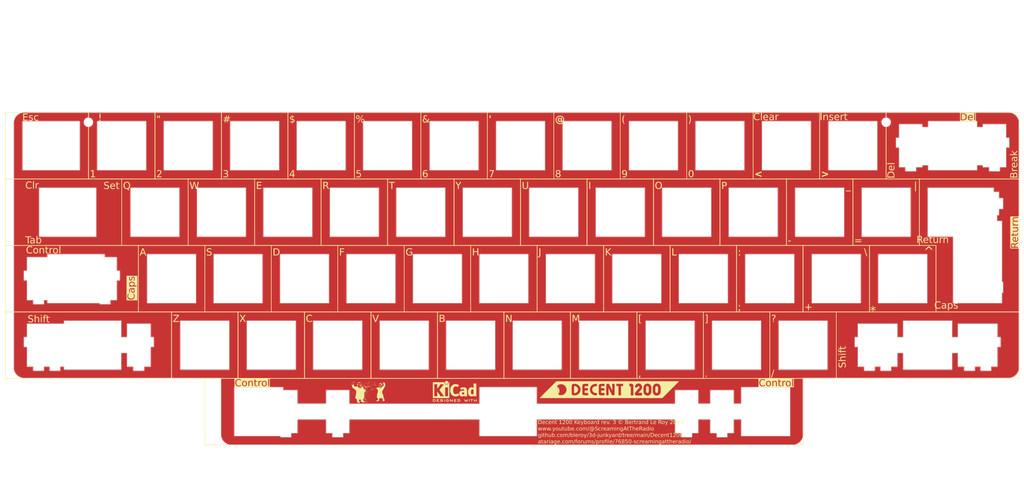
<source format=kicad_pcb>
(kicad_pcb (version 20221018) (generator pcbnew)
  (title_block (title "Decent1200 keyboard") (date "2023-11-23") (rev "3") (company "Decent Consulting"))
  (layers (0 "F.Cu" signal) (31 "B.Cu" signal) (35 "F.Paste" user) (37 "F.SilkS" user "F.Silkscreen") (39 "F.Mask" user) (44 "Edge.Cuts" user))
  (net 0 "")
  (net 1 "LED_GND")
  (footprint "Library:MX-1-00U-Hole" (layer "F.Cu") (at 192.88125 100.33)
    (fp_text reference "SWH1" hide)
    (fp_text value "H")
    (fp_line (start -7 -7) (end -7 7) (stroke (width 0.12)) (layer "Edge.Cuts"))
    (fp_line (start -7 -7) (end 7 -7) (stroke (width 0.12)) (layer "Edge.Cuts"))
    (fp_line (start -7 7) (end 7 7) (stroke (width 0.12)) (layer "Edge.Cuts"))
    (fp_line (start 7 -7) (end 7 7) (stroke (width 0.12)) (layer "Edge.Cuts"))
  )
  (footprint "LOGO" (layer "F.Cu") (at 154.08 132.8)
    (fp_text reference "G***" hide)
    (fp_text value "LOGO" hide)
  )
  (footprint "Library:MX-1-00U-Hole" (layer "F.Cu") (at 121.44375 62.23)
    (fp_text reference "SW3" hide)
    (fp_text value "3")
    (fp_line (start -7 -7) (end -7 7) (stroke (width 0.12)) (layer "Edge.Cuts"))
    (fp_line (start -7 -7) (end 7 -7) (stroke (width 0.12)) (layer "Edge.Cuts"))
    (fp_line (start -7 7) (end 7 7) (stroke (width 0.12)) (layer "Edge.Cuts"))
    (fp_line (start 7 -7) (end 7 7) (stroke (width 0.12)) (layer "Edge.Cuts"))
  )
  (footprint "Library:MX-1-00U-Hole" (layer "F.Cu") (at 269.08125 100.33)
    (fp_text reference "SWSemi1" hide)
    (fp_text value "Semicolon")
    (fp_line (start -7 -7) (end -7 7) (stroke (width 0.12)) (layer "Edge.Cuts"))
    (fp_line (start -7 -7) (end 7 -7) (stroke (width 0.12)) (layer "Edge.Cuts"))
    (fp_line (start -7 7) (end 7 7) (stroke (width 0.12)) (layer "Edge.Cuts"))
    (fp_line (start 7 -7) (end 7 7) (stroke (width 0.12)) (layer "Edge.Cuts"))
  )
  (footprint "Library:MX-2-00U-Hole" (layer "F.Cu") (at 321.46875 62.23)
    (fp_text reference "SWDel2" hide)
    (fp_text value "Delete")
    (fp_line (start -16.2164 -2.286) (end -16.2164 0.508) (stroke (width 0.12)) (layer "Edge.Cuts"))
    (fp_line (start -15.33 -6.1468) (end -15.33 -2.286) (stroke (width 0.12)) (layer "Edge.Cuts"))
    (fp_line (start -15.33 -2.286) (end -16.2164 -2.286) (stroke (width 0.12)) (layer "Edge.Cuts"))
    (fp_line (start -15.33 0.508) (end -16.2164 0.508) (stroke (width 0.12)) (layer "Edge.Cuts"))
    (fp_line (start -15.33 0.508) (end -15.33 6.1468) (stroke (width 0.12)) (layer "Edge.Cuts"))
    (fp_line (start -13.524 6.1468) (end -15.33 6.1468) (stroke (width 0.12)) (layer "Edge.Cuts"))
    (fp_line (start -13.524 6.1468) (end -13.524 7.3152) (stroke (width 0.12)) (layer "Edge.Cuts"))
    (fp_line (start -10.476 6.1468) (end -10.476 7.3152) (stroke (width 0.12)) (layer "Edge.Cuts"))
    (fp_line (start -10.476 7.3152) (end -13.524 7.3152) (stroke (width 0.12)) (layer "Edge.Cuts"))
    (fp_line (start -8.67 -6.1468) (end -15.33 -6.1468) (stroke (width 0.12)) (layer "Edge.Cuts"))
    (fp_line (start -8.67 -6.1468) (end -8.67 -5.334) (stroke (width 0.12)) (layer "Edge.Cuts"))
    (fp_line (start -8.67 -5.334) (end -7 -5.334) (stroke (width 0.12)) (layer "Edge.Cuts"))
    (fp_line (start -8.67 5.588) (end -7 5.588) (stroke (width 0.12)) (layer "Edge.Cuts"))
    (fp_line (start -8.67 6.1468) (end -10.476 6.1468) (stroke (width 0.12)) (layer "Edge.Cuts"))
    (fp_line (start -8.67 6.1468) (end -8.67 5.588) (stroke (width 0.12)) (layer "Edge.Cuts"))
    (fp_line (start -7 -7) (end -7 -5.334) (stroke (width 0.12)) (layer "Edge.Cuts"))
    (fp_line (start -7 -7) (end 7 -7) (stroke (width 0.12)) (layer "Edge.Cuts"))
    (fp_line (start -7 7) (end -7 5.588) (stroke (width 0.12)) (layer "Edge.Cuts"))
    (fp_line (start -7 7) (end 7 7) (stroke (width 0.12)) (layer "Edge.Cuts"))
    (fp_line (start 7 -7) (end 7 -5.334) (stroke (width 0.12)) (layer "Edge.Cuts"))
    (fp_line (start 7 7) (end 7 5.588) (stroke (width 0.12)) (layer "Edge.Cuts"))
    (fp_line (start 8.67 -6.1468) (end 8.67 -5.334) (stroke (width 0.12)) (layer "Edge.Cuts"))
    (fp_line (start 8.67 -6.1468) (end 15.33 -6.1468) (stroke (width 0.12)) (layer "Edge.Cuts"))
    (fp_line (start 8.67 -5.334) (end 7 -5.334) (stroke (width 0.12)) (layer "Edge.Cuts"))
    (fp_line (start 8.67 5.588) (end 7 5.588) (stroke (width 0.12)) (layer "Edge.Cuts"))
    (fp_line (start 8.67 6.1468) (end 8.67 5.588) (stroke (width 0.12)) (layer "Edge.Cuts"))
    (fp_line (start 8.67 6.1468) (end 10.476 6.1468) (stroke (width 0.12)) (layer "Edge.Cuts"))
    (fp_line (start 10.476 6.1468) (end 10.476 7.3152) (stroke (width 0.12)) (layer "Edge.Cuts"))
    (fp_line (start 10.476 7.3152) (end 13.524 7.3152) (stroke (width 0.12)) (layer "Edge.Cuts"))
    (fp_line (start 13.524 6.1468) (end 13.524 7.3152) (stroke (width 0.12)) (layer "Edge.Cuts"))
    (fp_line (start 13.524 6.1468) (end 15.33 6.1468) (stroke (width 0.12)) (layer "Edge.Cuts"))
    (fp_line (start 15.33 -6.1468) (end 15.33 -2.286) (stroke (width 0.12)) (layer "Edge.Cuts"))
    (fp_line (start 15.33 -2.286) (end 16.2164 -2.286) (stroke (width 0.12)) (layer "Edge.Cuts"))
    (fp_line (start 15.33 0.508) (end 15.33 6.1468) (stroke (width 0.12)) (layer "Edge.Cuts"))
    (fp_line (start 15.33 0.508) (end 16.2164 0.508) (stroke (width 0.12)) (layer "Edge.Cuts"))
    (fp_line (start 16.2164 -2.286) (end 16.2164 0.508) (stroke (width 0.12)) (layer "Edge.Cuts"))
  )
  (footprint "Library:MX-1-00U-Hole" (layer "F.Cu") (at 259.55625 119.38)
    (fp_text reference "SWPeriod1" hide)
    (fp_text value "Period")
    (fp_line (start -7 -7) (end -7 7) (stroke (width 0.12)) (layer "Edge.Cuts"))
    (fp_line (start -7 -7) (end 7 -7) (stroke (width 0.12)) (layer "Edge.Cuts"))
    (fp_line (start -7 7) (end 7 7) (stroke (width 0.12)) (layer "Edge.Cuts"))
    (fp_line (start 7 -7) (end 7 7) (stroke (width 0.12)) (layer "Edge.Cuts"))
  )
  (footprint "MountingHole:MountingHole_2.2mm_M2" (layer "F.Cu") (at 302.425 55.5)
    (fp_text reference "REF**" hide)
    (fp_text value "MountingHole_2.2mm_M2" hide)
    (pad "" np_thru_hole circle (at 0 0) (size 2.2 2.2) (drill 2.2) (layers "*.Cu" "*.Mask"))
  )
  (footprint "Library:MX-1-00U-Hole" (layer "F.Cu") (at 283.36875 81.28)
    (fp_text reference "SWDash1" hide)
    (fp_text value "Dash")
    (fp_line (start -7 -7) (end -7 7) (stroke (width 0.12)) (layer "Edge.Cuts"))
    (fp_line (start -7 -7) (end 7 -7) (stroke (width 0.12)) (layer "Edge.Cuts"))
    (fp_line (start -7 7) (end 7 7) (stroke (width 0.12)) (layer "Edge.Cuts"))
    (fp_line (start 7 -7) (end 7 7) (stroke (width 0.12)) (layer "Edge.Cuts"))
  )
  (footprint "Library:MX-1-00U-Hole" (layer "F.Cu") (at 145.25625 119.38)
    (fp_text reference "SWC1" hide)
    (fp_text value "C")
    (fp_line (start -7 -7) (end -7 7) (stroke (width 0.12)) (layer "Edge.Cuts"))
    (fp_line (start -7 -7) (end 7 -7) (stroke (width 0.12)) (layer "Edge.Cuts"))
    (fp_line (start -7 7) (end 7 7) (stroke (width 0.12)) (layer "Edge.Cuts"))
    (fp_line (start 7 -7) (end 7 7) (stroke (width 0.12)) (layer "Edge.Cuts"))
  )
  (footprint "Library:MX-ISO-RETURN-Hole" (layer "F.Cu") (at 328.612 90.8055)
    (fp_text reference "SWRet1" hide)
    (fp_text value "Return")
    (fp_line (start -14.2875 -16.525) (end 4.6187 -16.525) (stroke (width 0.12)) (layer "Edge.Cuts"))
    (fp_line (start -14.2875 -2.525) (end -14.2875 -16.525) (stroke (width 0.12)) (layer "Edge.Cuts"))
    (fp_line (start -7 -2.525) (end -14.2875 -2.525) (stroke (width 0.12)) (layer "Edge.Cuts"))
    (fp_line (start -7 16.525) (end -7 -2.525) (stroke (width 0.12)) (layer "Edge.Cuts"))
    (fp_line (start 4.6187 -16.525) (end 4.6187 -15.33) (stroke (width 0.12)) (layer "Edge.Cuts"))
    (fp_line (start 4.6187 -15.33) (end 6.1468 -15.33) (stroke (width 0.12)) (layer "Edge.Cuts"))
    (fp_line (start 5.588 -8.67) (end 5.588 -7) (stroke (width 0.12)) (layer "Edge.Cuts"))
    (fp_line (start 6.1468 -13.524) (end 6.1468 -15.33) (stroke (width 0.12)) (layer "Edge.Cuts"))
    (fp_line (start 6.1468 -13.524) (end 7.3152 -13.524) (stroke (width 0.12)) (layer "Edge.Cuts"))
    (fp_line (start 6.1468 -10.476) (end 7.3152 -10.476) (stroke (width 0.12)) (layer "Edge.Cuts"))
    (fp_line (start 6.1468 -8.67) (end 5.588 -8.67) (stroke (width 0.12)) (layer "Edge.Cuts"))
    (fp_line (start 6.1468 -8.67) (end 6.1468 -10.476) (stroke (width 0.12)) (layer "Edge.Cuts"))
    (fp_line (start 7 -7) (end 5.588 -7) (stroke (width 0.12)) (layer "Edge.Cuts"))
    (fp_line (start 7 10.476) (end 7 -7) (stroke (width 0.12)) (layer "Edge.Cuts"))
    (fp_line (start 7 10.476) (end 7.3152 10.476) (stroke (width 0.12)) (layer "Edge.Cuts"))
    (fp_line (start 7 13.524) (end 7 16.525) (stroke (width 0.12)) (layer "Edge.Cuts"))
    (fp_line (start 7 13.524) (end 7.3152 13.524) (stroke (width 0.12)) (layer "Edge.Cuts"))
    (fp_line (start 7 16.525) (end -7 16.525) (stroke (width 0.12)) (layer "Edge.Cuts"))
    (fp_line (start 7.3152 -10.476) (end 7.3152 -13.524) (stroke (width 0.12)) (layer "Edge.Cuts"))
    (fp_line (start 7.3152 10.476) (end 7.3152 13.524) (stroke (width 0.12)) (layer "Edge.Cuts"))
  )
  (footprint "Library:MX-1-00U-Hole" (layer "F.Cu") (at 126.20625 119.38)
    (fp_text reference "SWX1" hide)
    (fp_text value "X")
    (fp_line (start -7 -7) (end -7 7) (stroke (width 0.12)) (layer "Edge.Cuts"))
    (fp_line (start -7 -7) (end 7 -7) (stroke (width 0.12)) (layer "Edge.Cuts"))
    (fp_line (start -7 7) (end 7 7) (stroke (width 0.12)) (layer "Edge.Cuts"))
    (fp_line (start 7 -7) (end 7 7) (stroke (width 0.12)) (layer "Edge.Cuts"))
  )
  (footprint "Library:MX-1-00U-Hole" (layer "F.Cu") (at 130.96875 81.28)
    (fp_text reference "SWE1" hide)
    (fp_text value "E")
    (fp_line (start -7 -7) (end -7 7) (stroke (width 0.12)) (layer "Edge.Cuts"))
    (fp_line (start -7 -7) (end 7 -7) (stroke (width 0.12)) (layer "Edge.Cuts"))
    (fp_line (start -7 7) (end 7 7) (stroke (width 0.12)) (layer "Edge.Cuts"))
    (fp_line (start 7 -7) (end 7 7) (stroke (width 0.12)) (layer "Edge.Cuts"))
  )
  (footprint "Library:MX-1-00U-Hole" (layer "F.Cu") (at 288.13125 100.33)
    (fp_text reference "SWPlus1" hide)
    (fp_text value "Plus")
    (fp_line (start -7 -7) (end -7 7) (stroke (width 0.12)) (layer "Edge.Cuts"))
    (fp_line (start -7 -7) (end 7 -7) (stroke (width 0.12)) (layer "Edge.Cuts"))
    (fp_line (start -7 7) (end 7 7) (stroke (width 0.12)) (layer "Edge.Cuts"))
    (fp_line (start 7 -7) (end 7 7) (stroke (width 0.12)) (layer "Edge.Cuts"))
  )
  (footprint "Library:MX-1-50--1-75U-Hole" (layer "F.Cu") (at 69.05625 81.28)
    (fp_text reference "SWTab1" hide)
    (fp_text value "Tab")
    (fp_line (start -9.38125 -7) (end -9.38125 7) (stroke (width 0.12)) (layer "Edge.Cuts"))
    (fp_line (start -9.38125 -7) (end 7 -7) (stroke (width 0.12)) (layer "Edge.Cuts"))
    (fp_line (start -9.38125 7) (end 7 7) (stroke (width 0.12)) (layer "Edge.Cuts"))
    (fp_line (start 7 -7) (end 7 7) (stroke (width 0.12)) (layer "Edge.Cuts"))
  )
  (footprint "Library:MX-1-00U-Hole" (layer "F.Cu") (at 92.86875 81.28)
    (fp_text reference "SWQ1" hide)
    (fp_text value "Q")
    (fp_line (start -7 -7) (end -7 7) (stroke (width 0.12)) (layer "Edge.Cuts"))
    (fp_line (start -7 -7) (end 7 -7) (stroke (width 0.12)) (layer "Edge.Cuts"))
    (fp_line (start -7 7) (end 7 7) (stroke (width 0.12)) (layer "Edge.Cuts"))
    (fp_line (start 7 -7) (end 7 7) (stroke (width 0.12)) (layer "Edge.Cuts"))
  )
  (footprint "Symbol:KiCad-Logo2_5mm_SilkScreen" (layer "F.Cu") (at 178.79 132.61)
    (fp_text reference "REF**" hide)
    (fp_text value "KiCad-Logo2_5mm_SilkScreen" hide)
  )
  (footprint "Library:MX-2-25U--2-50-Hole" (layer "F.Cu") (at 76.2 119.38)
    (fp_text reference "SWLeftSft1" hide)
    (fp_text value "Shift")
    (fp_line (start -20.88515 -2.286) (end -20.88515 0.508) (stroke (width 0.12)) (layer "Edge.Cuts"))
    (fp_line (start -19.99875 -6.1468) (end -19.99875 -2.286) (stroke (width 0.12)) (layer "Edge.Cuts"))
    (fp_line (start -19.99875 -2.286) (end -20.88515 -2.286) (stroke (width 0.12)) (layer "Edge.Cuts"))
    (fp_line (start -19.99875 0.508) (end -20.88515 0.508) (stroke (width 0.12)) (layer "Edge.Cuts"))
    (fp_line (start -19.99875 0.508) (end -19.99875 6.1468) (stroke (width 0.12)) (layer "Edge.Cuts"))
    (fp_line (start -18.19275 6.1468) (end -19.99875 6.1468) (stroke (width 0.12)) (layer "Edge.Cuts"))
    (fp_line (start -18.19275 6.1468) (end -18.19275 7.3152) (stroke (width 0.12)) (layer "Edge.Cuts"))
    (fp_line (start -15.14475 6.1468) (end -15.14475 7.3152) (stroke (width 0.12)) (layer "Edge.Cuts"))
    (fp_line (start -15.14475 7.3152) (end -18.19275 7.3152) (stroke (width 0.12)) (layer "Edge.Cuts"))
    (fp_line (start -13.524 6.1468) (end -15.14475 6.1468) (stroke (width 0.12)) (layer "Edge.Cuts"))
    (fp_line (start -13.524 6.1468) (end -13.524 7.3152) (stroke (width 0.12)) (layer "Edge.Cuts"))
    (fp_line (start -10.476 6.1468) (end -10.476 7.3152) (stroke (width 0.12)) (layer "Edge.Cuts"))
    (fp_line (start -10.476 7.3152) (end -13.524 7.3152) (stroke (width 0.12)) (layer "Edge.Cuts"))
    (fp_line (start -9.38125 -7) (end -9.38125 -6.1468) (stroke (width 0.12)) (layer "Edge.Cuts"))
    (fp_line (start -9.38125 -7) (end 7 -7) (stroke (width 0.12)) (layer "Edge.Cuts"))
    (fp_line (start -9.38125 -6.1468) (end -19.99875 -6.1468) (stroke (width 0.12)) (layer "Edge.Cuts"))
    (fp_line (start -9.38125 6.1468) (end -10.476 6.1468) (stroke (width 0.12)) (layer "Edge.Cuts"))
    (fp_line (start -9.38125 7) (end -9.38125 6.1468) (stroke (width 0.12)) (layer "Edge.Cuts"))
    (fp_line (start -9.38125 7) (end 7 7) (stroke (width 0.12)) (layer "Edge.Cuts"))
    (fp_line (start 7 -7) (end 7 -2.25) (stroke (width 0.12)) (layer "Edge.Cuts"))
    (fp_line (start 7 -2.25) (end 8.67 -2.25) (stroke (width 0.12)) (layer "Edge.Cuts"))
    (fp_line (start 7 7) (end 7 2.25) (stroke (width 0.12)) (layer "Edge.Cuts"))
    (fp_line (start 8.67 -6.1468) (end 8.67 -2.25) (stroke (width 0.12)) (layer "Edge.Cuts"))
    (fp_line (start 8.67 -6.1468) (end 15.4235 -6.1468) (stroke (width 0.12)) (layer "Edge.Cuts"))
    (fp_line (start 8.67 2.25) (end 7 2.25) (stroke (width 0.12)) (layer "Edge.Cuts"))
    (fp_line (start 8.67 6.1468) (end 8.67 2.25) (stroke (width 0.12)) (layer "Edge.Cuts"))
    (fp_line (start 8.67 6.1468) (end 10.476 6.1468) (stroke (width 0.12)) (layer "Edge.Cuts"))
    (fp_line (start 10.476 6.1468) (end 10.476 7.3152) (stroke (width 0.12)) (layer "Edge.Cuts"))
    (fp_line (start 10.476 7.3152) (end 13.6175 7.3152) (stroke (width 0.12)) (layer "Edge.Cuts"))
    (fp_line (start 13.6175 6.1468) (end 13.6175 7.3152) (stroke (width 0.12)) (layer "Edge.Cuts"))
    (fp_line (start 13.6175 6.1468) (end 15.4235 6.1468) (stroke (width 0.12)) (layer "Edge.Cuts"))
    (fp_line (start 15.4235 -6.1468) (end 15.4235 -2.286) (stroke (width 0.12)) (layer "Edge.Cuts"))
    (fp_line (start 15.4235 -2.286) (end 16.3099 -2.286) (stroke (width 0.12)) (layer "Edge.Cuts"))
    (fp_line (start 15.4235 0.508) (end 15.4235 6.1468) (stroke (width 0.12)) (layer "Edge.Cuts"))
    (fp_line (start 15.4235 0.508) (end 16.3099 0.508) (stroke (width 0.12)) (layer "Edge.Cuts"))
    (fp_line (start 16.3099 -2.286) (end 16.3099 0.508) (stroke (width 0.12)) (layer "Edge.Cuts"))
  )
  (footprint "Library:MX-1-00U-Hole" (layer "F.Cu") (at 169.06875 81.28)
    (fp_text reference "SWT1" hide)
    (fp_text value "T")
    (fp_line (start -7 -7) (end -7 7) (stroke (width 0.12)) (layer "Edge.Cuts"))
    (fp_line (start -7 -7) (end 7 -7) (stroke (width 0.12)) (layer "Edge.Cuts"))
    (fp_line (start -7 7) (end 7 7) (stroke (width 0.12)) (layer "Edge.Cuts"))
    (fp_line (start 7 -7) (end 7 7) (stroke (width 0.12)) (layer "Edge.Cuts"))
  )
  (footprint "Library:MX-1-00--1-25U-Hole" (layer "F.Cu") (at 64.29375 62.23)
    (fp_text reference "SWEsc1" hide)
    (fp_text value "Esc")
    (fp_line (start -9.38125 -7) (end -9.38125 7) (stroke (width 0.12)) (layer "Edge.Cuts"))
    (fp_line (start -9.38125 -7) (end 7 -7) (stroke (width 0.12)) (layer "Edge.Cuts"))
    (fp_line (start -9.38125 7) (end 7 7) (stroke (width 0.12)) (layer "Edge.Cuts"))
    (fp_line (start 7 -7) (end 7 7) (stroke (width 0.12)) (layer "Edge.Cuts"))
  )
  (footprint "Library:MX-1-00U-Hole" (layer "F.Cu") (at 111.91875 81.28)
    (fp_text reference "SWW1" hide)
    (fp_text value "W")
    (fp_line (start -7 -7) (end -7 7) (stroke (width 0.12)) (layer "Edge.Cuts"))
    (fp_line (start -7 -7) (end 7 -7) (stroke (width 0.12)) (layer "Edge.Cuts"))
    (fp_line (start -7 7) (end 7 7) (stroke (width 0.12)) (layer "Edge.Cuts"))
    (fp_line (start 7 -7) (end 7 7) (stroke (width 0.12)) (layer "Edge.Cuts"))
  )
  (footprint "Library:MX-1-00U-Hole" (layer "F.Cu") (at 135.73125 100.33)
    (fp_text reference "SWD1" hide)
    (fp_text value "D")
    (fp_line (start -7 -7) (end -7 7) (stroke (width 0.12)) (layer "Edge.Cuts"))
    (fp_line (start -7 -7) (end 7 -7) (stroke (width 0.12)) (layer "Edge.Cuts"))
    (fp_line (start -7 7) (end 7 7) (stroke (width 0.12)) (layer "Edge.Cuts"))
    (fp_line (start 7 -7) (end 7 7) (stroke (width 0.12)) (layer "Edge.Cuts"))
  )
  (footprint "LOGO" (layer "F.Cu") (at 223.1 132.14)
    (fp_text reference "G***" hide)
    (fp_text value "DECENT 1200" hide)
  )
  (footprint "Library:MX-1-00U-Hole" (layer "F.Cu") (at 221.45625 119.38)
    (fp_text reference "SWM1" hide)
    (fp_text value "M")
    (fp_line (start -7 -7) (end -7 7) (stroke (width 0.12)) (layer "Edge.Cuts"))
    (fp_line (start -7 -7) (end 7 -7) (stroke (width 0.12)) (layer "Edge.Cuts"))
    (fp_line (start -7 7) (end 7 7) (stroke (width 0.12)) (layer "Edge.Cuts"))
    (fp_line (start 7 -7) (end 7 7) (stroke (width 0.12)) (layer "Edge.Cuts"))
  )
  (footprint "Library:MX-1-00U-Hole" (layer "F.Cu") (at 83.34375 62.23)
    (fp_text reference "SW1" hide)
    (fp_text value "1")
    (fp_line (start -7 -7) (end -7 7) (stroke (width 0.12)) (layer "Edge.Cuts"))
    (fp_line (start -7 -7) (end 7 -7) (stroke (width 0.12)) (layer "Edge.Cuts"))
    (fp_line (start -7 7) (end 7 7) (stroke (width 0.12)) (layer "Edge.Cuts"))
    (fp_line (start 7 -7) (end 7 7) (stroke (width 0.12)) (layer "Edge.Cuts"))
  )
  (footprint "Library:MX-1-00U-Hole" (layer "F.Cu") (at 254.79375 62.23)
    (fp_text reference "SW0" hide)
    (fp_text value "0")
    (fp_line (start -7 -7) (end -7 7) (stroke (width 0.12)) (layer "Edge.Cuts"))
    (fp_line (start -7 -7) (end 7 -7) (stroke (width 0.12)) (layer "Edge.Cuts"))
    (fp_line (start -7 7) (end 7 7) (stroke (width 0.12)) (layer "Edge.Cuts"))
    (fp_line (start 7 -7) (end 7 7) (stroke (width 0.12)) (layer "Edge.Cuts"))
  )
  (footprint "Library:MX-1-00U-Hole" (layer "F.Cu") (at 207.16875 81.28)
    (fp_text reference "SWU1" hide)
    (fp_text value "U")
    (fp_line (start -7 -7) (end -7 7) (stroke (width 0.12)) (layer "Edge.Cuts"))
    (fp_line (start -7 -7) (end 7 -7) (stroke (width 0.12)) (layer "Edge.Cuts"))
    (fp_line (start -7 7) (end 7 7) (stroke (width 0.12)) (layer "Edge.Cuts"))
    (fp_line (start 7 -7) (end 7 7) (stroke (width 0.12)) (layer "Edge.Cuts"))
  )
  (footprint "Library:MX-1-00U-Hole" (layer "F.Cu") (at 97.63125 100.33)
    (fp_text reference "SWA1" hide)
    (fp_text value "A")
    (fp_line (start -7 -7) (end -7 7) (stroke (width 0.12)) (layer "Edge.Cuts"))
    (fp_line (start -7 -7) (end 7 -7) (stroke (width 0.12)) (layer "Edge.Cuts"))
    (fp_line (start -7 7) (end 7 7) (stroke (width 0.12)) (layer "Edge.Cuts"))
    (fp_line (start 7 -7) (end 7 7) (stroke (width 0.12)) (layer "Edge.Cuts"))
  )
  (footprint "Library:MX-1-00U-Hole" (layer "F.Cu") (at 140.49375 62.23)
    (fp_text reference "SW4" hide)
    (fp_text value "4")
    (fp_line (start -7 -7) (end -7 7) (stroke (width 0.12)) (layer "Edge.Cuts"))
    (fp_line (start -7 -7) (end 7 -7) (stroke (width 0.12)) (layer "Edge.Cuts"))
    (fp_line (start -7 7) (end 7 7) (stroke (width 0.12)) (layer "Edge.Cuts"))
    (fp_line (start 7 -7) (end 7 7) (stroke (width 0.12)) (layer "Edge.Cuts"))
  )
  (footprint "Library:MX-1-00U-Hole" (layer "F.Cu") (at 173.83125 100.33)
    (fp_text reference "SWG1" hide)
    (fp_text value "G")
    (fp_line (start -7 -7) (end -7 7) (stroke (width 0.12)) (layer "Edge.Cuts"))
    (fp_line (start -7 -7) (end 7 -7) (stroke (width 0.12)) (layer "Edge.Cuts"))
    (fp_line (start -7 7) (end 7 7) (stroke (width 0.12)) (layer "Edge.Cuts"))
    (fp_line (start 7 -7) (end 7 7) (stroke (width 0.12)) (layer "Edge.Cuts"))
  )
  (footprint "Library:MX-1-00U-Hole" (layer "F.Cu") (at 178.59375 62.23)
    (fp_text reference "SW6" hide)
    (fp_text value "6")
    (fp_line (start -7 -7) (end -7 7) (stroke (width 0.12)) (layer "Edge.Cuts"))
    (fp_line (start -7 -7) (end 7 -7) (stroke (width 0.12)) (layer "Edge.Cuts"))
    (fp_line (start -7 7) (end 7 7) (stroke (width 0.12)) (layer "Edge.Cuts"))
    (fp_line (start 7 -7) (end 7 7) (stroke (width 0.12)) (layer "Edge.Cuts"))
  )
  (footprint "Library:MX-1-00U-Hole" (layer "F.Cu") (at 264.31875 81.28)
    (fp_text reference "SWP1" hide)
    (fp_text value "P")
    (fp_line (start -7 -7) (end -7 7) (stroke (width 0.12)) (layer "Edge.Cuts"))
    (fp_line (start -7 -7) (end 7 -7) (stroke (width 0.12)) (layer "Edge.Cuts"))
    (fp_line (start -7 7) (end 7 7) (stroke (width 0.12)) (layer "Edge.Cuts"))
    (fp_line (start 7 -7) (end 7 7) (stroke (width 0.12)) (layer "Edge.Cuts"))
  )
  (footprint "MountingHole:MountingHole_2.2mm_M2" (layer "F.Cu") (at 73.8 55.5)
    (fp_text reference "REF**" hide)
    (fp_text value "MountingHole_2.2mm_M2" hide)
    (pad "" np_thru_hole circle (at 0 0) (size 2.2 2.2) (drill 2.2) (layers "*.Cu" "*.Mask"))
  )
  (footprint "Library:MX-1-00U-Hole" (layer "F.Cu") (at 240.50625 119.38)
    (fp_text reference "SWComma1" hide)
    (fp_text value "Comma")
    (fp_line (start -7 -7) (end -7 7) (stroke (width 0.12)) (layer "Edge.Cuts"))
    (fp_line (start -7 -7) (end 7 -7) (stroke (width 0.12)) (layer "Edge.Cuts"))
    (fp_line (start -7 7) (end 7 7) (stroke (width 0.12)) (layer "Edge.Cuts"))
    (fp_line (start 7 -7) (end 7 7) (stroke (width 0.12)) (layer "Edge.Cuts"))
  )
  (footprint "Library:MX-1-00U-Hole" (layer "F.Cu") (at 188.11875 81.28)
    (fp_text reference "SWY1" hide)
    (fp_text value "Y")
    (fp_line (start -7 -7) (end -7 7) (stroke (width 0.12)) (layer "Edge.Cuts"))
    (fp_line (start -7 -7) (end 7 -7) (stroke (width 0.12)) (layer "Edge.Cuts"))
    (fp_line (start -7 7) (end 7 7) (stroke (width 0.12)) (layer "Edge.Cuts"))
    (fp_line (start 7 -7) (end 7 7) (stroke (width 0.12)) (layer "Edge.Cuts"))
  )
  (footprint "Library:MX-1-00U-Hole" (layer "F.Cu") (at 154.78125 100.33)
    (fp_text reference "SWF1" hide)
    (fp_text value "F")
    (fp_line (start -7 -7) (end -7 7) (stroke (width 0.12)) (layer "Edge.Cuts"))
    (fp_line (start -7 -7) (end 7 -7) (stroke (width 0.12)) (layer "Edge.Cuts"))
    (fp_line (start -7 7) (end 7 7) (stroke (width 0.12)) (layer "Edge.Cuts"))
    (fp_line (start 7 -7) (end 7 7) (stroke (width 0.12)) (layer "Edge.Cuts"))
  )
  (footprint "Library:MX-1-00U-Hole" (layer "F.Cu") (at 150.01875 81.28)
    (fp_text reference "SWR1" hide)
    (fp_text value "R")
    (fp_line (start -7 -7) (end -7 7) (stroke (width 0.12)) (layer "Edge.Cuts"))
    (fp_line (start -7 -7) (end 7 -7) (stroke (width 0.12)) (layer "Edge.Cuts"))
    (fp_line (start -7 7) (end 7 7) (stroke (width 0.12)) (layer "Edge.Cuts"))
    (fp_line (start 7 -7) (end 7 7) (stroke (width 0.12)) (layer "Edge.Cuts"))
  )
  (footprint "Library:MX-1-00U-Hole" (layer "F.Cu") (at 164.30625 119.38)
    (fp_text reference "SWV1" hide)
    (fp_text value "V")
    (fp_line (start -7 -7) (end -7 7) (stroke (width 0.12)) (layer "Edge.Cuts"))
    (fp_line (start -7 -7) (end 7 -7) (stroke (width 0.12)) (layer "Edge.Cuts"))
    (fp_line (start -7 7) (end 7 7) (stroke (width 0.12)) (layer "Edge.Cuts"))
    (fp_line (start 7 -7) (end 7 7) (stroke (width 0.12)) (layer "Edge.Cuts"))
  )
  (footprint "Library:MX-1-00U-Hole" (layer "F.Cu") (at 250.03125 100.33)
    (fp_text reference "SWL1" hide)
    (fp_text value "L")
    (fp_line (start -7 -7) (end -7 7) (stroke (width 0.12)) (layer "Edge.Cuts"))
    (fp_line (start -7 -7) (end 7 -7) (stroke (width 0.12)) (layer "Edge.Cuts"))
    (fp_line (start -7 7) (end 7 7) (stroke (width 0.12)) (layer "Edge.Cuts"))
    (fp_line (start 7 -7) (end 7 7) (stroke (width 0.12)) (layer "Edge.Cuts"))
  )
  (footprint "Library:MX-1-00U-Hole" (layer "F.Cu") (at 216.69375 62.23)
    (fp_text reference "SW8" hide)
    (fp_text value "8")
    (fp_line (start -7 -7) (end -7 7) (stroke (width 0.12)) (layer "Edge.Cuts"))
    (fp_line (start -7 -7) (end 7 -7) (stroke (width 0.12)) (layer "Edge.Cuts"))
    (fp_line (start -7 7) (end 7 7) (stroke (width 0.12)) (layer "Edge.Cuts"))
    (fp_line (start 7 -7) (end 7 7) (stroke (width 0.12)) (layer "Edge.Cuts"))
  )
  (footprint "Library:MX-1-00U-Hole" (layer "F.Cu") (at 226.21875 81.28)
    (fp_text reference "SWI1" hide)
    (fp_text value "I")
    (fp_line (start -7 -7) (end -7 7) (stroke (width 0.12)) (layer "Edge.Cuts"))
    (fp_line (start -7 -7) (end 7 -7) (stroke (width 0.12)) (layer "Edge.Cuts"))
    (fp_line (start -7 7) (end 7 7) (stroke (width 0.12)) (layer "Edge.Cuts"))
    (fp_line (start 7 -7) (end 7 7) (stroke (width 0.12)) (layer "Edge.Cuts"))
  )
  (footprint "Library:MX-1-00U-Hole" (layer "F.Cu") (at 202.40625 119.38)
    (fp_text reference "SWN1" hide)
    (fp_text value "N")
    (fp_line (start -7 -7) (end -7 7) (stroke (width 0.12)) (layer "Edge.Cuts"))
    (fp_line (start -7 -7) (end 7 -7) (stroke (width 0.12)) (layer "Edge.Cuts"))
    (fp_line (start -7 7) (end 7 7) (stroke (width 0.12)) (layer "Edge.Cuts"))
    (fp_line (start 7 -7) (end 7 7) (stroke (width 0.12)) (layer "Edge.Cuts"))
  )
  (footprint "Library:MX-1-00U-Hole" (layer "F.Cu") (at 102.39375 62.23)
    (fp_text reference "SW2" hide)
    (fp_text value "2")
    (fp_line (start -7 -7) (end -7 7) (stroke (width 0.12)) (layer "Edge.Cuts"))
    (fp_line (start -7 -7) (end 7 -7) (stroke (width 0.12)) (layer "Edge.Cuts"))
    (fp_line (start -7 7) (end 7 7) (stroke (width 0.12)) (layer "Edge.Cuts"))
    (fp_line (start 7 -7) (end 7 7) (stroke (width 0.12)) (layer "Edge.Cuts"))
  )
  (footprint "Library:MX-6-25U-Hole" (layer "F.Cu") (at 192.88125 138.43)
    (fp_text reference "SWSpc1" hide)
    (fp_text value "Space" hide)
    (fp_line (start -77.24675 -7) (end -63.24675 -7) (stroke (width 0.1)) (layer "Edge.Cuts"))
    (fp_line (start -77.24675 7) (end -77.24675 -7) (stroke (width 0.1)) (layer "Edge.Cuts"))
    (fp_line (start -64.024 7) (end -77.24675 7) (stroke (width 0.1)) (layer "Edge.Cuts"))
    (fp_line (start -64.024 7) (end -64.024 7.3152) (stroke (width 0.12)) (layer "Edge.Cuts"))
    (fp_line (start -63.24675 -7) (end -63.24675 -6.1468) (stroke (width 0.1)) (layer "Edge.Cuts"))
    (fp_line (start -60.976 6.1468) (end -60.976 7.3152) (stroke (width 0.12)) (layer "Edge.Cuts"))
    (fp_line (start -60.976 7.3152) (end -64.024 7.3152) (stroke (width 0.12)) (layer "Edge.Cuts"))
    (fp_line (start -59.17 -6.1468) (end -63.24675 -6.1468) (stroke (width 0.12)) (layer "Edge.Cuts"))
    (fp_line (start -59.17 -6.1468) (end -59.17 -2.286) (stroke (width 0.12)) (layer "Edge.Cuts"))
    (fp_line (start -59.17 6.1468) (end -60.976 6.1468) (stroke (width 0.12)) (layer "Edge.Cuts"))
    (fp_line (start -59.17 6.1468) (end -59.17 2.25) (stroke (width 0.12)) (layer "Edge.Cuts"))
    (fp_line (start -50.94875 -6.1468) (end -50.94875 -2.286) (stroke (width 0.12)) (layer "Edge.Cuts"))
    (fp_line (start -50.94875 -2.286) (end -59.17 -2.286) (stroke (width 0.12)) (layer "Edge.Cuts"))
    (fp_line (start -50.94875 2.25) (end -59.17 2.25) (stroke (width 0.12)) (layer "Edge.Cuts"))
    (fp_line (start -50.94875 2.25) (end -50.94875 6.1468) (stroke (width 0.12)) (layer "Edge.Cuts"))
    (fp_line (start -49.14275 6.1468) (end -50.94875 6.1468) (stroke (width 0.12)) (layer "Edge.Cuts"))
    (fp_line (start -49.14275 6.1468) (end -49.14275 7.3152) (stroke (width 0.12)) (layer "Edge.Cuts"))
    (fp_line (start -46.09475 6.1468) (end -46.09475 7.3152) (stroke (width 0.12)) (layer "Edge.Cuts"))
    (fp_line (start -46.09475 7.3152) (end -49.14275 7.3152) (stroke (width 0.12)) (layer "Edge.Cuts"))
    (fp_line (start -44.28875 -6.1468) (end -50.94875 -6.1468) (stroke (width 0.12)) (layer "Edge.Cuts"))
    (fp_line (start -44.28875 -6.1468) (end -44.28875 -2.25) (stroke (width 0.12)) (layer "Edge.Cuts"))
    (fp_line (start -44.28875 -2.25) (end -7 -2.25) (stroke (width 0.12)) (layer "Edge.Cuts"))
    (fp_line (start -44.28875 2.25) (end -7 2.25) (stroke (width 0.12)) (layer "Edge.Cuts"))
    (fp_line (start -44.28875 6.1468) (end -46.09475 6.1468) (stroke (width 0.12)) (layer "Edge.Cuts"))
    (fp_line (start -44.28875 6.1468) (end -44.28875 2.25) (stroke (width 0.12)) (layer "Edge.Cuts"))
    (fp_line (start -7 -7) (end -7 -2.25) (stroke (width 0.12)) (layer "Edge.Cuts"))
    (fp_line (start -7 -7) (end 9.38125 -7) (stroke (width 0.12)) (layer "Edge.Cuts"))
    (fp_line (start -7 7) (end -7 2.25) (stroke (width 0.12)) (layer "Edge.Cuts"))
    (fp_line (start -7 7) (end 9.38125 7) (stroke (width 0.12)) (layer "Edge.Cuts"))
    (fp_line (start 9.38125 -7) (end 9.38125 -2.25) (stroke (width 0.12)) (layer "Edge.Cuts"))
    (fp_line (start 9.38125 7) (end 9.38125 2.25) (stroke (width 0.12)) (layer "Edge.Cuts"))
    (fp_line (start 49.05125 -6.1468) (end 49.05125 -2.25) (stroke (width 0.12)) (layer "Edge.Cuts"))
    (fp_line (start 49.05125 -6.1468) (end 55.71125 -6.1468) (stroke (width 0.12)) (layer "Edge.Cuts"))
    (fp_line (start 49.05125 -2.25) (end 9.38125 -2.25) (stroke (width 0.12)) (layer "Edge.Cuts"))
    (fp_line (start 49.05125 2.25) (end 9.38125 2.25) (stroke (width 0.12)) (layer "Edge.Cuts"))
    (fp_line (start 49.05125 6.1468) (end 49.05125 2.25) (stroke (width 0.12)) (layer "Edge.Cuts"))
    (fp_line (start 49.05125 6.1468) (end 50.85725 6.1468) (stroke (width 0.12)) (layer "Edge.Cuts"))
    (fp_line (start 50.85725 6.1468) (end 50.85725 7.3152) (stroke (width 0.12)) (layer "Edge.Cuts"))
    (fp_line (start 50.85725 7.3152) (end 53.90525 7.3152) (stroke (width 0.12)) (layer "Edge.Cuts"))
    (fp_line (start 53.90525 6.1468) (end 53.90525 7.3152) (stroke (width 0.12)) (layer "Edge.Cuts"))
    (fp_line (start 53.90525 6.1468) (end 55.71125 6.1468) (stroke (width 0.12)) (layer "Edge.Cuts"))
    (fp_line (start 55.71125 -6.1468) (end 55.71125 -2.286) (stroke (width 0.12)) (layer "Edge.Cuts"))
    (fp_line (start 55.71125 -2.286) (end 59.17 -2.286) (stroke (width 0.12)) (layer "Edge.Cuts"))
    (fp_line (start 55.71125 2.25) (end 55.71125 6.1468) (stroke (width 0.12)) (layer "Edge.Cuts"))
    (fp_line (start 55.71125 2.25) (end 59.17 2.25) (stroke (width 0.12)) (layer "Edge.Cuts"))
    (fp_line (start 59.17 -6.1468) (end 59.17 -2.286) (stroke (width 0.12)) (layer "Edge.Cuts"))
    (fp_line (start 59.17 -6.1468) (end 65.83 -6.1468) (stroke (width 0.12)) (layer "Edge.Cuts"))
    (fp_line (start 59.17 6.1468) (end 59.17 2.25) (stroke (width 0.12)) (layer "Edge.Cuts"))
    (fp_line (start 59.17 6.1468) (end 60.976 6.1468) (stroke (width 0.12)) (layer "Edge.Cuts"))
    (fp_line (start 60.976 6.1468) (end 60.976 7.3152) (stroke (width 0.12)) (layer "Edge.Cuts"))
    (fp_line (start 60.976 7.3152) (end 64.024 7.3152) (stroke (width 0.12)) (layer "Edge.Cuts"))
    (fp_line (start 64.024 6.1468) (end 64.024 7.3152) (stroke (width 0.12)) (layer "Edge.Cuts"))
    (fp_line (start 64.024 6.1468) (end 65.83 6.1468) (stroke (width 0.12)) (layer "Edge.Cuts"))
    (fp_line (start 65.83 -6.1468) (end 65.83 -2.286) (stroke (width 0.12)) (layer "Edge.Cuts"))
    (fp_line (start 65.83 -2.286) (end 68.00925 -2.286) (stroke (width 0.12)) (layer "Edge.Cuts"))
    (fp_line (start 65.83 2.25) (end 68.00925 2.25) (stroke (width 0.12)) (layer "Edge.Cuts"))
    (fp_line (start 65.83 6.1468) (end 65.83 2.25) (stroke (width 0.12)) (layer "Edge.Cuts"))
    (fp_line (start 68.00925 -7) (end 82.00925 -7) (stroke (width 0.1)) (layer "Edge.Cuts"))
    (fp_line (start 68.00925 -2.286) (end 68.00925 -7) (stroke (width 0.1)) (layer "Edge.Cuts"))
    (fp_line (start 68.00925 7) (end 68.00925 2.25) (stroke (width 0.1)) (layer "Edge.Cuts"))
    (fp_line (start 82.00925 -7) (end 82.00925 7) (stroke (width 0.1)) (layer "Edge.Cuts"))
    (fp_line (start 82.00925 7) (end 68.00925 7) (stroke (width 0.1)) (layer "Edge.Cuts"))
  )
  (footprint "Library:MX-1-00U-Hole" (layer "F.Cu") (at 211.93125 100.33)
    (fp_text reference "SWJ1" hide)
    (fp_text value "J")
    (fp_line (start -7 -7) (end -7 7) (stroke (width 0.12)) (layer "Edge.Cuts"))
    (fp_line (start -7 -7) (end 7 -7) (stroke (width 0.12)) (layer "Edge.Cuts"))
    (fp_line (start -7 7) (end 7 7) (stroke (width 0.12)) (layer "Edge.Cuts"))
    (fp_line (start 7 -7) (end 7 7) (stroke (width 0.12)) (layer "Edge.Cuts"))
  )
  (footprint "Library:MX-1-00U-Hole" (layer "F.Cu") (at 278.60625 119.38)
    (fp_text reference "SWSlash1" hide)
    (fp_text value "Slash")
    (fp_line (start -7 -7) (end -7 7) (stroke (width 0.12)) (layer "Edge.Cuts"))
    (fp_line (start -7 -7) (end 7 -7) (stroke (width 0.12)) (layer "Edge.Cuts"))
    (fp_line (start -7 7) (end 7 7) (stroke (width 0.12)) (layer "Edge.Cuts"))
    (fp_line (start 7 -7) (end 7 7) (stroke (width 0.12)) (layer "Edge.Cuts"))
  )
  (footprint "Library:MX-1-00U-Hole" (layer "F.Cu") (at 235.74375 62.23)
    (fp_text reference "SW9" hide)
    (fp_text value "9")
    (fp_line (start -7 -7) (end -7 7) (stroke (width 0.12)) (layer "Edge.Cuts"))
    (fp_line (start -7 -7) (end 7 -7) (stroke (width 0.12)) (layer "Edge.Cuts"))
    (fp_line (start -7 7) (end 7 7) (stroke (width 0.12)) (layer "Edge.Cuts"))
    (fp_line (start 7 -7) (end 7 7) (stroke (width 0.12)) (layer "Edge.Cuts"))
  )
  (footprint "Library:MX-1-00U-Hole" (layer "F.Cu") (at 159.54375 62.23)
    (fp_text reference "SW5" hide)
    (fp_text value "5")
    (fp_line (start -7 -7) (end -7 7) (stroke (width 0.12)) (layer "Edge.Cuts"))
    (fp_line (start -7 -7) (end 7 -7) (stroke (width 0.12)) (layer "Edge.Cuts"))
    (fp_line (start -7 7) (end 7 7) (stroke (width 0.12)) (layer "Edge.Cuts"))
    (fp_line (start 7 -7) (end 7 7) (stroke (width 0.12)) (layer "Edge.Cuts"))
  )
  (footprint "Library:MX-1-00U-Hole" (layer "F.Cu") (at 307.18125 100.33)
    (fp_text reference "SWStar1" hide)
    (fp_text value "Star")
    (fp_line (start -7 -7) (end -7 7) (stroke (width 0.12)) (layer "Edge.Cuts"))
    (fp_line (start -7 -7) (end 7 -7) (stroke (width 0.12)) (layer "Edge.Cuts"))
    (fp_line (start -7 7) (end 7 7) (stroke (width 0.12)) (layer "Edge.Cuts"))
    (fp_line (start 7 -7) (end 7 7) (stroke (width 0.12)) (layer "Edge.Cuts"))
  )
  (footprint "Library:MX-1-00U-Hole" (layer "F.Cu") (at 197.64375 62.23)
    (fp_text reference "SW7" hide)
    (fp_text value "7")
    (fp_line (start -7 -7) (end -7 7) (stroke (width 0.12)) (layer "Edge.Cuts"))
    (fp_line (start -7 -7) (end 7 -7) (stroke (width 0.12)) (layer "Edge.Cuts"))
    (fp_line (start -7 7) (end 7 7) (stroke (width 0.12)) (layer "Edge.Cuts"))
    (fp_line (start 7 -7) (end 7 7) (stroke (width 0.12)) (layer "Edge.Cuts"))
  )
  (footprint "Library:MX-1-00U-Hole" (layer "F.Cu") (at 245.26875 81.28)
    (fp_text reference "SWO1" hide)
    (fp_text value "O")
    (fp_line (start -7 -7) (end -7 7) (stroke (width 0.12)) (layer "Edge.Cuts"))
    (fp_line (start -7 -7) (end 7 -7) (stroke (width 0.12)) (layer "Edge.Cuts"))
    (fp_line (start -7 7) (end 7 7) (stroke (width 0.12)) (layer "Edge.Cuts"))
    (fp_line (start 7 -7) (end 7 7) (stroke (width 0.12)) (layer "Edge.Cuts"))
  )
  (footprint "Library:MX-1-75--2-00U-Hole" (layer "F.Cu") (at 71.4375 100.33)
    (fp_text reference "SWCtlCaps1" hide)
    (fp_text value "ControlCaps")
    (fp_line (start -16.12265 -2.286) (end -16.12265 0.508) (stroke (width 0.12)) (layer "Edge.Cuts"))
    (fp_line (start -15.23625 -6.1468) (end -15.23625 -2.286) (stroke (width 0.12)) (layer "Edge.Cuts"))
    (fp_line (start -15.23625 -2.286) (end -16.12265 -2.286) (stroke (width 0.12)) (layer "Edge.Cuts"))
    (fp_line (start -15.23625 0.508) (end -16.12265 0.508) (stroke (width 0.12)) (layer "Edge.Cuts"))
    (fp_line (start -15.23625 0.508) (end -15.23625 6.1468) (stroke (width 0.12)) (layer "Edge.Cuts"))
    (fp_line (start -13.43025 6.1468) (end -15.23625 6.1468) (stroke (width 0.12)) (layer "Edge.Cuts"))
    (fp_line (start -13.43025 6.1468) (end -13.43025 7.3152) (stroke (width 0.12)) (layer "Edge.Cuts"))
    (fp_line (start -10.38225 6.1468) (end -10.38225 7.3152) (stroke (width 0.12)) (layer "Edge.Cuts"))
    (fp_line (start -10.38225 7.3152) (end -13.43025 7.3152) (stroke (width 0.12)) (layer "Edge.Cuts"))
    (fp_line (start -9.38125 -7) (end -9.38125 -6.1468) (stroke (width 0.12)) (layer "Edge.Cuts"))
    (fp_line (start -9.38125 -7) (end 7 -7) (stroke (width 0.12)) (layer "Edge.Cuts"))
    (fp_line (start -9.38125 -6.1468) (end -15.23625 -6.1468) (stroke (width 0.12)) (layer "Edge.Cuts"))
    (fp_line (start -9.38125 6.1468) (end -10.38225 6.1468) (stroke (width 0.12)) (layer "Edge.Cuts"))
    (fp_line (start -9.38125 7) (end -9.38125 6.1468) (stroke (width 0.12)) (layer "Edge.Cuts"))
    (fp_line (start -9.38125 7) (end 5.61975 7) (stroke (width 0.12)) (layer "Edge.Cuts"))
    (fp_line (start 5.61975 7) (end 5.61975 7.3152) (stroke (width 0.12)) (layer "Edge.Cuts"))
    (fp_line (start 5.61975 7.3152) (end 8.66775 7.3152) (stroke (width 0.12)) (layer "Edge.Cuts"))
    (fp_line (start 7 -7) (end 7 -6.1468) (stroke (width 0.12)) (layer "Edge.Cuts"))
    (fp_line (start 7 -6.1468) (end 10.47375 -6.1468) (stroke (width 0.12)) (layer "Edge.Cuts"))
    (fp_line (start 8.66775 6.1468) (end 8.66775 7.3152) (stroke (width 0.12)) (layer "Edge.Cuts"))
    (fp_line (start 8.66775 6.1468) (end 10.47375 6.1468) (stroke (width 0.12)) (layer "Edge.Cuts"))
    (fp_line (start 10.47375 -6.1468) (end 10.47375 -2.286) (stroke (width 0.12)) (layer "Edge.Cuts"))
    (fp_line (start 10.47375 -2.286) (end 11.36015 -2.286) (stroke (width 0.12)) (layer "Edge.Cuts"))
    (fp_line (start 10.47375 0.508) (end 10.47375 6.1468) (stroke (width 0.12)) (layer "Edge.Cuts"))
    (fp_line (start 10.47375 0.508) (end 11.36015 0.508) (stroke (width 0.12)) (layer "Edge.Cuts"))
    (fp_line (start 11.36015 -2.286) (end 11.36015 0.508) (stroke (width 0.12)) (layer "Edge.Cuts"))
  )
  (footprint "Library:MX-1-00U-Hole" (layer "F.Cu") (at 292.89375 62.23)
    (fp_text reference "SWGT1" hide)
    (fp_text value ">")
    (fp_line (start -7 -7) (end -7 7) (stroke (width 0.12)) (layer "Edge.Cuts"))
    (fp_line (start -7 -7) (end 7 -7) (stroke (width 0.12)) (layer "Edge.Cuts"))
    (fp_line (start -7 7) (end 7 7) (stroke (width 0.12)) (layer "Edge.Cuts"))
    (fp_line (start 7 -7) (end 7 7) (stroke (width 0.12)) (layer "Edge.Cuts"))
  )
  (footprint "Library:MX-1-00U-Hole" (layer "F.Cu") (at 273.84375 62.23)
    (fp_text reference "SWLT1" hide)
    (fp_text value "<")
    (fp_line (start -7 -7) (end -7 7) (stroke (width 0.12)) (layer "Edge.Cuts"))
    (fp_line (start -7 -7) (end 7 -7) (stroke (width 0.12)) (layer "Edge.Cuts"))
    (fp_line (start -7 7) (end 7 7) (stroke (width 0.12)) (layer "Edge.Cuts"))
    (fp_line (start 7 -7) (end 7 7) (stroke (width 0.12)) (layer "Edge.Cuts"))
  )
  (footprint "Library:MX-2-75U-Hole" (layer "F.Cu") (at 314.325 119.38)
    (fp_text reference "SWRightSft1" hide)
    (fp_text value "Shift")
    (fp_line (start -20.88515 -2.286) (end -20.88515 0.508) (stroke (width 0.12)) (layer "Edge.Cuts"))
    (fp_line (start -19.99875 -6.1468) (end -19.99875 -2.286) (stroke (width 0.12)) (layer "Edge.Cuts"))
    (fp_line (start -19.99875 -2.286) (end -20.88515 -2.286) (stroke (width 0.12)) (layer "Edge.Cuts"))
    (fp_line (start -19.99875 0.508) (end -20.88515 0.508) (stroke (width 0.12)) (layer "Edge.Cuts"))
    (fp_line (start -19.99875 0.508) (end -19.99875 6.1468) (stroke (width 0.12)) (layer "Edge.Cuts"))
    (fp_line (start -18.19275 6.1468) (end -19.99875 6.1468) (stroke (width 0.12)) (layer "Edge.Cuts"))
    (fp_line (start -18.19275 6.1468) (end -18.19275 7.3152) (stroke (width 0.12)) (layer "Edge.Cuts"))
    (fp_line (start -15.14475 6.1468) (end -15.14475 7.3152) (stroke (width 0.12)) (layer "Edge.Cuts"))
    (fp_line (start -15.14475 7.3152) (end -18.19275 7.3152) (stroke (width 0.12)) (layer "Edge.Cuts"))
    (fp_line (start -13.524 6.1468) (end -15.14475 6.1468) (stroke (width 0.12)) (layer "Edge.Cuts"))
    (fp_line (start -13.524 6.1468) (end -13.524 7.3152) (stroke (width 0.12)) (layer "Edge.Cuts"))
    (fp_line (start -10.476 6.1468) (end -10.476 7.3152) (stroke (width 0.12)) (layer "Edge.Cuts"))
    (fp_line (start -10.476 7.3152) (end -13.524 7.3152) (stroke (width 0.12)) (layer "Edge.Cuts"))
    (fp_line (start -8.67 -6.1468) (end -19.99875 -6.1468) (stroke (width 0.12)) (layer "Edge.Cuts"))
    (fp_line (start -8.67 -6.1468) (end -8.67 -2.25) (stroke (width 0.12)) (layer "Edge.Cuts"))
    (fp_line (start -8.67 2.25) (end -7 2.25) (stroke (width 0.12)) (layer "Edge.Cuts"))
    (fp_line (start -8.67 6.1468) (end -10.476 6.1468) (stroke (width 0.12)) (layer "Edge.Cuts"))
    (fp_line (start -8.67 6.1468) (end -8.67 2.25) (stroke (width 0.12)) (layer "Edge.Cuts"))
    (fp_line (start -7 -7) (end -7 -2.25) (stroke (width 0.12)) (layer "Edge.Cuts"))
    (fp_line (start -7 -7) (end 7 -7) (stroke (width 0.12)) (layer "Edge.Cuts"))
    (fp_line (start -7 -2.25) (end -8.67 -2.25) (stroke (width 0.12)) (layer "Edge.Cuts"))
    (fp_line (start -7 7) (end -7 2.25) (stroke (width 0.12)) (layer "Edge.Cuts"))
    (fp_line (start -7 7) (end 7 7) (stroke (width 0.12)) (layer "Edge.Cuts"))
    (fp_line (start 7 -7) (end 7 -2.25) (stroke (width 0.12)) (layer "Edge.Cuts"))
    (fp_line (start 7 -2.25) (end 8.67 -2.25) (stroke (width 0.12)) (layer "Edge.Cuts"))
    (fp_line (start 7 7) (end 7 2.25) (stroke (width 0.12)) (layer "Edge.Cuts"))
    (fp_line (start 8.67 -6.1468) (end 8.67 -2.25) (stroke (width 0.12)) (layer "Edge.Cuts"))
    (fp_line (start 8.67 -6.1468) (end 19.99875 -6.1468) (stroke (width 0.12)) (layer "Edge.Cuts"))
    (fp_line (start 8.67 2.25) (end 7 2.25) (stroke (width 0.12)) (layer "Edge.Cuts"))
    (fp_line (start 8.67 6.1468) (end 8.67 2.25) (stroke (width 0.12)) (layer "Edge.Cuts"))
    (fp_line (start 8.67 6.1468) (end 10.476 6.1468) (stroke (width 0.12)) (layer "Edge.Cuts"))
    (fp_line (start 10.476 6.1468) (end 10.476 7.3152) (stroke (width 0.12)) (layer "Edge.Cuts"))
    (fp_line (start 10.476 7.3152) (end 13.524 7.3152) (stroke (width 0.12)) (layer "Edge.Cuts"))
    (fp_line (start 13.524 6.1468) (end 13.524 7.3152) (stroke (width 0.12)) (layer "Edge.Cuts"))
    (fp_line (start 13.524 6.1468) (end 15.14475 6.1468) (stroke (width 0.12)) (layer "Edge.Cuts"))
    (fp_line (start 15.14475 6.1468) (end 15.14475 7.3152) (stroke (width 0.12)) (layer "Edge.Cuts"))
    (fp_line (start 15.14475 7.3152) (end 18.19275 7.3152) (stroke (width 0.12)) (layer "Edge.Cuts"))
    (fp_line (start 18.19275 6.1468) (end 18.19275 7.3152) (stroke (width 0.12)) (layer "Edge.Cuts"))
    (fp_line (start 18.19275 6.1468) (end 19.99875 6.1468) (stroke (width 0.12)) (layer "Edge.Cuts"))
    (fp_line (start 19.99875 -6.1468) (end 19.99875 -2.286) (stroke (width 0.12)) (layer "Edge.Cuts"))
    (fp_line (start 19.99875 -2.286) (end 20.88515 -2.286) (stroke (width 0.12)) (layer "Edge.Cuts"))
    (fp_line (start 19.99875 0.508) (end 19.99875 6.1468) (stroke (width 0.12)) (layer "Edge.Cuts"))
    (fp_line (start 19.99875 0.508) (end 20.88515 0.508) (stroke (width 0.12)) (layer "Edge.Cuts"))
    (fp_line (start 20.88515 -2.286) (end 20.88515 0.508) (stroke (width 0.12)) (layer "Edge.Cuts"))
  )
  (footprint "Library:MX-1-00U-Hole" (layer "F.Cu") (at 230.98125 100.33)
    (fp_text reference "SWK1" hide)
    (fp_text value "K")
    (fp_line (start -7 -7) (end -7 7) (stroke (width 0.12)) (layer "Edge.Cuts"))
    (fp_line (start -7 -7) (end 7 -7) (stroke (width 0.12)) (layer "Edge.Cuts"))
    (fp_line (start -7 7) (end 7 7) (stroke (width 0.12)) (layer "Edge.Cuts"))
    (fp_line (start 7 -7) (end 7 7) (stroke (width 0.12)) (layer "Edge.Cuts"))
  )
  (footprint "Library:MX-1-00U-Hole" (layer "F.Cu") (at 116.68125 100.33)
    (fp_text reference "SWS1" hide)
    (fp_text value "S")
    (fp_line (start -7 -7) (end -7 7) (stroke (width 0.12)) (layer "Edge.Cuts"))
    (fp_line (start -7 -7) (end 7 -7) (stroke (width 0.12)) (layer "Edge.Cuts"))
    (fp_line (start -7 7) (end 7 7) (stroke (width 0.12)) (layer "Edge.Cuts"))
    (fp_line (start 7 -7) (end 7 7) (stroke (width 0.12)) (layer "Edge.Cuts"))
  )
  (footprint "Library:MX-1-00U-Hole" (layer "F.Cu") (at 107.15625 119.38)
    (fp_text reference "SWZ1" hide)
    (fp_text value "Z")
    (fp_line (start -7 -7) (end -7 7) (stroke (width 0.12)) (layer "Edge.Cuts"))
    (fp_line (start -7 -7) (end 7 -7) (stroke (width 0.12)) (layer "Edge.Cuts"))
    (fp_line (start -7 7) (end 7 7) (stroke (width 0.12)) (layer "Edge.Cuts"))
    (fp_line (start 7 -7) (end 7 7) (stroke (width 0.12)) (layer "Edge.Cuts"))
  )
  (footprint "Library:MX-1-00U-Hole" (layer "F.Cu") (at 183.35625 119.38)
    (fp_text reference "SWB1" hide)
    (fp_text value "B")
    (fp_line (start -7 -7) (end -7 7) (stroke (width 0.12)) (layer "Edge.Cuts"))
    (fp_line (start -7 -7) (end 7 -7) (stroke (width 0.12)) (layer "Edge.Cuts"))
    (fp_line (start -7 7) (end 7 7) (stroke (width 0.12)) (layer "Edge.Cuts"))
    (fp_line (start 7 -7) (end 7 7) (stroke (width 0.12)) (layer "Edge.Cuts"))
  )
  (footprint "Library:MX-1-00U-Hole" (layer "F.Cu") (at 302.41875 81.28)
    (fp_text reference "SWEqual1" hide)
    (fp_text value "Equal")
    (fp_line (start -7 -7) (end -7 7) (stroke (width 0.12)) (layer "Edge.Cuts"))
    (fp_line (start -7 -7) (end 7 -7) (stroke (width 0.12)) (layer "Edge.Cuts"))
    (fp_line (start -7 7) (end 7 7) (stroke (width 0.12)) (layer "Edge.Cuts"))
    (fp_line (start 7 -7) (end 7 7) (stroke (width 0.12)) (layer "Edge.Cuts"))
  )
  (gr_line (start 111.8077 144.96) (end 111.8075 128.8) (stroke (width 0.1)) (layer "Edge.Cuts"))
  (gr_line (start 52.41245 125.8) (end 52.41245 55.7) (stroke (width 0.1)) (layer "Edge.Cuts"))
  (gr_arc (start 340.494 125.8) (mid 339.61532 127.92132) (end 337.494 128.8) (stroke (width 0.1)) (layer "Edge.Cuts"))
  (gr_line (start 278.634 144.96) (end 278.6338 128.8) (stroke (width 0.1)) (layer "Edge.Cuts"))
  (gr_arc (start 114.8077 147.96) (mid 112.68638 147.08132) (end 111.8077 144.96) (stroke (width 0.05)) (layer "Edge.Cuts"))
  (gr_arc (start 337.494 52.7) (mid 339.61532 53.57868) (end 340.494 55.7) (stroke (width 0.1)) (layer "Edge.Cuts"))
  (gr_line (start 340.494 55.7) (end 340.494 125.8) (stroke (width 0.1)) (layer "Edge.Cuts"))
  (gr_line (start 55.41245 52.7) (end 337.494 52.7) (stroke (width 0.1)) (layer "Edge.Cuts"))
  (gr_arc (start 55.41245 128.8) (mid 53.29113 127.92132) (end 52.41245 125.8) (stroke (width 0.05)) (layer "Edge.Cuts"))
  (gr_arc (start 52.41245 55.7) (mid 53.29113 53.57868) (end 55.41245 52.7) (stroke (width 0.1)) (layer "Edge.Cuts"))
  (gr_line (start 55.41245 128.8) (end 111.8075 128.8) (stroke (width 0.05)) (layer "Edge.Cuts"))
  (gr_line (start 278.6338 128.8) (end 337.494 128.8) (stroke (width 0.1)) (layer "Edge.Cuts"))
  (gr_line (start 114.8077 147.96) (end 275.634 147.96) (stroke (width 0.1)) (layer "Edge.Cuts"))
  (gr_arc (start 278.634 144.96) (mid 277.75532 147.08132) (end 275.634 147.96) (stroke (width 0.1)) (layer "Edge.Cuts"))
  (gr_text "Del" (at 323.532425 54.1388) (layer "F.SilkS" knockout) (effects (font (size 2 2)) (justify left)))
  (gr_text "Insert" (at 283.36875 52.9) (layer "F.SilkS") (effects (font (size 2 2)) (justify left top)))
  (gr_text "4" (at 131.330625 70.439375) (layer "F.SilkS") (effects (font (size 2 2)) (justify left)))
  (gr_text "P" (at 255.155625 72.63) (layer "F.SilkS") (effects (font (size 2 2)) (justify left top)))
  (gr_text "C" (at 136.093125 110.73) (layer "F.SilkS") (effects (font (size 2 2)) (justify left top)))
  (gr_text "[" (at 231.343125 110.73) (layer "F.SilkS") (effects (font (size 2 2)) (justify left top)))
  (gr_text "Clear" (at 264.31875 52.9) (layer "F.SilkS") (effects (font (size 2 2)) (justify left top)))
  (gr_text "I" (at 217.055625 72.63) (layer "F.SilkS") (effects (font (size 2 2)) (justify left top)))
  (gr_text "Shift" (at 56.36 110.84) (layer "F.SilkS") (effects (font (size 2 2)) (justify left top)))
  (gr_text "K" (at 221.818125 91.68) (layer "F.SilkS") (effects (font (size 2 2)) (justify left top)))
  (gr_text "7" (at 188.480625 70.439375) (layer "F.SilkS") (effects (font (size 2 2)) (justify left)))
  (gr_text "Caps" (at 86.2 106.5 90) (layer "F.SilkS" knockout) (effects (font (size 2 2)) (justify left)))
  (gr_text "Control" (at 265.9 130.36) (layer "F.SilkS" knockout) (effects (font (size 2 2)) (justify left)))
  (gr_text "R" (at 140.855625 72.63) (layer "F.SilkS") (effects (font (size 2 2)) (justify left top)))
  (gr_text "1" (at 74.180625 70.439375) (layer "F.SilkS") (effects (font (size 2 2)) (justify left)))
  (gr_text "Caps" (at 323.1 106.9) (layer "F.SilkS") (effects (font (size 2 2)) (justify right top)))
  (gr_text "]" (at 250.393125 110.73) (layer "F.SilkS") (effects (font (size 2 2)) (justify left top)))
  (gr_text "." (at 250.393125 128.78) (layer "F.SilkS") (effects (font (size 2 2)) (justify left bottom)))
  (gr_text "N" (at 193.243125 110.73) (layer "F.SilkS") (effects (font (size 2 2)) (justify left top)))
  (gr_text "Control" (at 55.89 92.26) (layer "F.SilkS") (effects (font (size 2 2)) (justify left)))
  (gr_text "W" (at 102.755625 72.63) (layer "F.SilkS") (effects (font (size 2 2)) (justify left top)))
  (gr_text "B" (at 174.193125 110.73) (layer "F.SilkS") (effects (font (size 2 2)) (justify left top)))
  (gr_text "@" (at 207.530625 53.58) (layer "F.SilkS") (effects (font (size 2 2) (thickness 0.4) bold) (justify left top)))
  (gr_text "Z" (at 97.993125 110.73) (layer "F.SilkS") (effects (font (size 2 2)) (justify left top)))
  (gr_text "$" (at 131.330625 53.58) (layer "F.SilkS") (effects (font (size 2 2)) (justify left top)))
  (gr_text "Decent 1200 Keyboard rev. 3 © Bertrand Le Roy 2023\nwww.youtube.com/@ScreamingAtTheRadio\ngithub.com/bleroy/3d-junkyard/tree/main/Decent1200\natariage.com/forums/profile/76850-screamingattheradio/" (at 202.60625 147.725) (layer "F.SilkS") (effects (font (size 1.1 1.1)) (justify left bottom)))
  (gr_text "F" (at 145.618125 91.68) (layer "F.SilkS") (effects (font (size 2 2)) (justify left top)))
  (gr_text "A" (at 88.468125 91.68) (layer "F.SilkS") (effects (font (size 2 2)) (justify left top)))
  (gr_text "J" (at 202.768125 91.68) (layer "F.SilkS") (effects (font (size 2 2)) (justify left top)))
  (gr_text "L" (at 240.868125 91.68) (layer "F.SilkS") (effects (font (size 2 2)) (justify left top)))
  (gr_text "M" (at 212.293125 110.73) (layer "F.SilkS") (effects (font (size 2 2)) (justify left top)))
  (gr_text ":" (at 259.918125 91.68) (layer "F.SilkS") (effects (font (size 2 2)) (justify left top)))
  (gr_text "Return" (at 339.426225 91.7614 90) (layer "F.SilkS" knockout) (effects (font (size 2 2)) (justify left)))
  (gr_text "Break" (at 339.19 71.63 90) (layer "F.SilkS") (effects (font (size 2 2)) (justify left)))
  (gr_text "Control" (at 115.72 129.18) (layer "F.SilkS" knockout) (effects (font (size 2 2)) (justify left top)))
  (gr_text "Set" (at 82.705625 72.63) (layer "F.SilkS") (effects (font (size 2 2)) (justify right top)))
  (gr_text "Clr" (at 55.7 72.52) (layer "F.SilkS") (effects (font (size 2 2)) (justify left top)))
  (gr_text "D" (at 126.568125 91.68) (layer "F.SilkS") (effects (font (size 2 2)) (justify left top)))
  (gr_text "U" (at 198.005625 72.63) (layer "F.SilkS") (effects (font (size 2 2)) (justify left top)))
  (gr_text "X" (at 117.043125 110.73) (layer "F.SilkS") (effects (font (size 2 2)) (justify left top)))
  (gr_text "(" (at 226.580625 53.58) (layer "F.SilkS") (effects (font (size 2 2)) (justify left top)))
  (gr_text "Esc" (at 54.83 53.04) (layer "F.SilkS") (effects (font (size 2 2)) (justify left top)))
  (gr_text "%" (at 150.380625 53.58) (layer "F.SilkS") (effects (font (size 2 2)) (justify left top)))
  (gr_text "S" (at 107.518125 91.68) (layer "F.SilkS") (effects (font (size 2 2)) (justify left top)))
  (gr_text "Tab" (at 55.7 90.57) (layer "F.SilkS") (effects (font (size 2 2)) (justify left bottom)))
  (gr_text "{dblquote}" (at 93.230625 53.58) (layer "F.SilkS") (effects (font (size 2 2)) (justify left top)))
  (gr_text "=" (at 293.255625 90.68) (layer "F.SilkS") (effects (font (size 2 2)) (justify left bottom)))
  (gr_text "Del" (at 303.97125 71.63 90) (layer "F.SilkS") (effects (font (size 2 2)) (justify left)))
  (gr_text ")" (at 245.630625 53.58) (layer "F.SilkS") (effects (font (size 2 2)) (justify left top)))
  (gr_text "/" (at 269.443125 128.78) (layer "F.SilkS") (effects (font (size 2 2)) (justify left bottom)))
  (gr_text ">" (at 283.730625 70.439375) (layer "F.SilkS") (effects (font (size 2 2) (thickness 0.4) bold) (justify left)))
  (gr_text "?" (at 269.443125 110.73) (layer "F.SilkS") (effects (font (size 2 2)) (justify left top)))
  (gr_text "0" (at 245.630625 70.439375) (layer "F.SilkS") (effects (font (size 2 2)) (justify left)))
  (gr_text "!" (at 76.55 53.09) (layer "F.SilkS") (effects (font (size 2 2)) (justify left top)))
  (gr_text "Y" (at 178.955625 72.63) (layer "F.SilkS") (effects (font (size 2 2)) (justify left top)))
  (gr_text "<" (at 264.680625 70.439375) (layer "F.SilkS") (effects (font (size 2 2) (thickness 0.4) bold) (justify left)))
  (gr_text "Return" (at 320.4 88.1) (layer "F.SilkS") (effects (font (size 2 2)) (justify right top)))
  (gr_text "_" (at 292.255625 72.63) (layer "F.SilkS") (effects (font (size 2 2)) (justify right top)))
  (gr_text "^" (at 316.126225 94.0614) (layer "F.SilkS") (effects (font (size 2.5 2.5)) (justify right bottom)))
  (gr_text "5" (at 150.380625 70.445) (layer "F.SilkS") (effects (font (size 2 2)) (justify left)))
  (gr_text "9" (at 226.580625 70.439375) (layer "F.SilkS") (effects (font (size 2 2)) (justify left)))
  (gr_text "," (at 231.343125 128.78) (layer "F.SilkS") (effects (font (size 2 2)) (justify left bottom)))
  (gr_text "6" (at 169.430625 70.439375) (layer "F.SilkS") (effects (font (size 2 2)) (justify left)))
  (gr_text "8" (at 207.530625 70.439375) (layer "F.SilkS") (effects (font (size 2 2)) (justify left)))
  (gr_text "G" (at 164.668125 91.68) (layer "F.SilkS") (effects (font (size 2 2)) (justify left top)))
  (gr_text "2" (at 93.230625 70.439375) (layer "F.SilkS") (effects (font (size 2 2)) (justify left)))
  (gr_text "Q" (at 83.705625 72.63) (layer "F.SilkS") (effects (font (size 2 2)) (justify left top)))
  (gr_text "|" (at 311.305625 72.63) (layer "F.SilkS") (effects (font (size 2 2)) (justify right top)))
  (gr_text "3" (at 112.280625 70.439375) (layer "F.SilkS") (effects (font (size 2 2)) (justify left)))
  (gr_text "#" (at 112.280625 53.58) (layer "F.SilkS") (effects (font (size 2 2)) (justify left top)))
  (gr_text "T" (at 159.905625 72.63) (layer "F.SilkS") (effects (font (size 2 2)) (justify left top)))
  (gr_text "Shift" (at 288.826225 125.9614 90) (layer "F.SilkS") (effects (font (size 2 2)) (justify left top)))
  (gr_text "H" (at 183.718125 91.68) (layer "F.SilkS") (effects (font (size 2 2)) (justify left top)))
  (gr_text "*" (at 299.523433 111.1614) (layer "F.SilkS") (effects (font (size 2.5 2.5)) (justify right bottom)))
  (gr_text "E" (at 121.805625 72.63) (layer "F.SilkS") (effects (font (size 2 2)) (justify left top)))
  (gr_text "'" (at 188.480625 53.58) (layer "F.SilkS") (effects (font (size 2 2) (thickness 0.4) bold) (justify left top)))
  (gr_text "O" (at 236.105625 72.63) (layer "F.SilkS") (effects (font (size 2 2)) (justify left top)))
  (gr_text "V" (at 155.143125 110.73) (layer "F.SilkS") (effects (font (size 2 2)) (justify left top)))
  (gr_text "\\" (at 297.018125 91.68) (layer "F.SilkS") (effects (font (size 2 2)) (justify right top)))
  (gr_text ";" (at 259.918125 109.73) (layer "F.SilkS") (effects (font (size 2 2)) (justify left bottom)))
  (gr_text "-" (at 274.205625 90.68) (layer "F.SilkS") (effects (font (size 2 2)) (justify left bottom)))
  (gr_text "&" (at 169.430625 53.58) (layer "F.SilkS") (effects (font (size 2 2)) (justify left top)))
  (gr_text "+" (at 278.968125 109.73) (layer "F.SilkS") (effects (font (size 2 2)) (justify left bottom)))
  (zone (net 1) (net_name "LED_GND") (layer "F.Cu") (connect_pads (clearance 0.5)) (min_thickness 0.25) (fill yes (thermal_gap 0.5) (thermal_bridge_width 0.5))
    (polygon (pts (xy 48.47 20.47) (xy 341.95 20.52) (xy 341.84 160.64) (xy 48.46 160.64)))
  )
)
</source>
